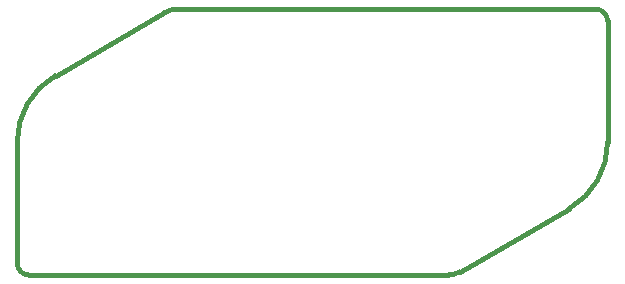
<source format=gm1>
G04 #@! TF.GenerationSoftware,KiCad,Pcbnew,(5.1.4)-1*
G04 #@! TF.CreationDate,2020-09-24T22:44:40-04:00*
G04 #@! TF.ProjectId,Headlight Right,48656164-6c69-4676-9874-205269676874,rev?*
G04 #@! TF.SameCoordinates,Original*
G04 #@! TF.FileFunction,Profile,NP*
%FSLAX46Y46*%
G04 Gerber Fmt 4.6, Leading zero omitted, Abs format (unit mm)*
G04 Created by KiCad (PCBNEW (5.1.4)-1) date 2020-09-24 22:44:40*
%MOMM*%
%LPD*%
G04 APERTURE LIST*
%ADD10C,0.381000*%
G04 APERTURE END LIST*
D10*
X142500000Y-88750000D02*
X107021470Y-88750000D01*
X130978531Y-110982051D02*
G75*
G02X129978530Y-111250000I-1000001J1732052D01*
G01*
X106021470Y-89017949D02*
G75*
G02X107021470Y-88750000I1000000J-1732052D01*
G01*
X143500000Y-100000000D02*
X143500000Y-89750000D01*
X93500000Y-100000000D02*
X93500000Y-110250000D01*
X94500000Y-111250000D02*
X129978530Y-111250000D01*
X143500000Y-100000000D02*
G75*
G02X140250000Y-105629165I-6500000J0D01*
G01*
X94500000Y-111250000D02*
G75*
G02X93500000Y-110250000I0J1000000D01*
G01*
X93500000Y-100000000D02*
G75*
G02X96750000Y-94370835I6500000J0D01*
G01*
X130978530Y-110982050D02*
X140250000Y-105629165D01*
X142500000Y-88750000D02*
G75*
G02X143500000Y-89750000I0J-1000000D01*
G01*
X106021470Y-89017950D02*
X96750000Y-94370835D01*
M02*

</source>
